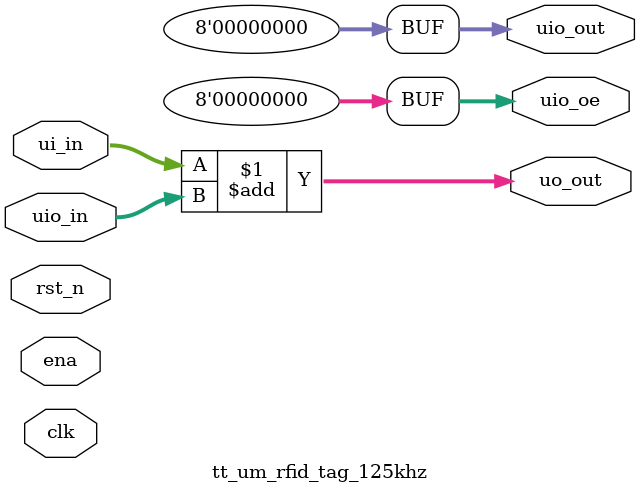
<source format=v>
/*
 * Copyright (c) 2024 Your Name
 * SPDX-License-Identifier: Apache-2.0
 */

`define default_netname none

module tt_um_rfid_tag_125khz (
    input  wire [7:0] ui_in,    // Dedicated inputs
    output wire [7:0] uo_out,   // Dedicated outputs
    input  wire [7:0] uio_in,   // IOs: Input path
    output wire [7:0] uio_out,  // IOs: Output path
    output wire [7:0] uio_oe,   // IOs: Enable path (active high: 0=input, 1=output)
    input  wire       ena,      // will go high when the design is enabled
    input  wire       clk,      // clock
    input  wire       rst_n     // reset_n - low to reset
);

  // All output pins must be assigned. If not used, assign to 0.
  assign uo_out  = ui_in + uio_in;  // Example: ou_out is the sum of ui_in and uio_in
  assign uio_out = 0;
  assign uio_oe  = 0;

endmodule

</source>
